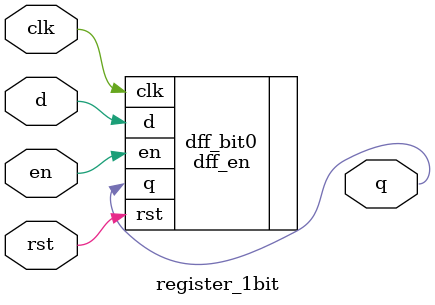
<source format=v>
module register_1bit(input d,
                     input clk,
                     input rst,
                     input en,
                     output q);
dff_en dff_bit0(.q(q),.d(d),.clk(clk),.rst(rst),.en(en));
endmodule

</source>
